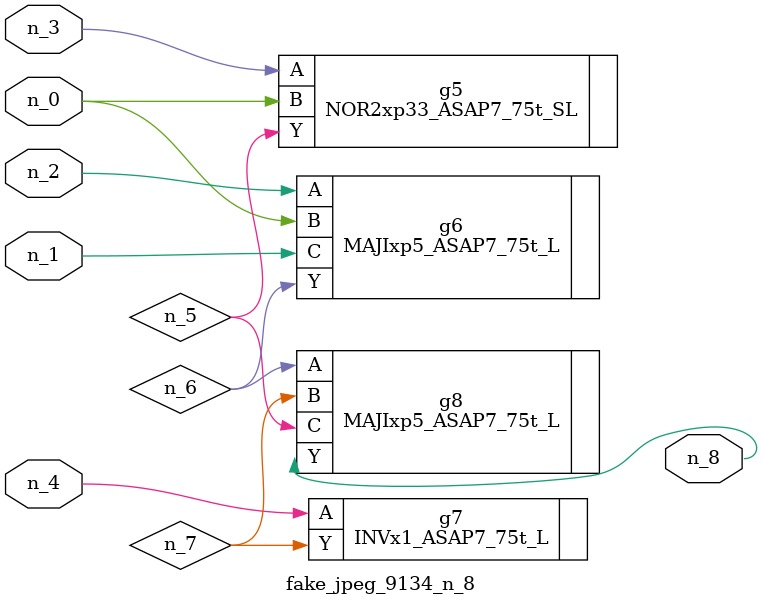
<source format=v>
module fake_jpeg_9134_n_8 (n_3, n_2, n_1, n_0, n_4, n_8);

input n_3;
input n_2;
input n_1;
input n_0;
input n_4;

output n_8;

wire n_6;
wire n_5;
wire n_7;

NOR2xp33_ASAP7_75t_SL g5 ( 
.A(n_3),
.B(n_0),
.Y(n_5)
);

MAJIxp5_ASAP7_75t_L g6 ( 
.A(n_2),
.B(n_0),
.C(n_1),
.Y(n_6)
);

INVx1_ASAP7_75t_L g7 ( 
.A(n_4),
.Y(n_7)
);

MAJIxp5_ASAP7_75t_L g8 ( 
.A(n_6),
.B(n_7),
.C(n_5),
.Y(n_8)
);


endmodule
</source>
